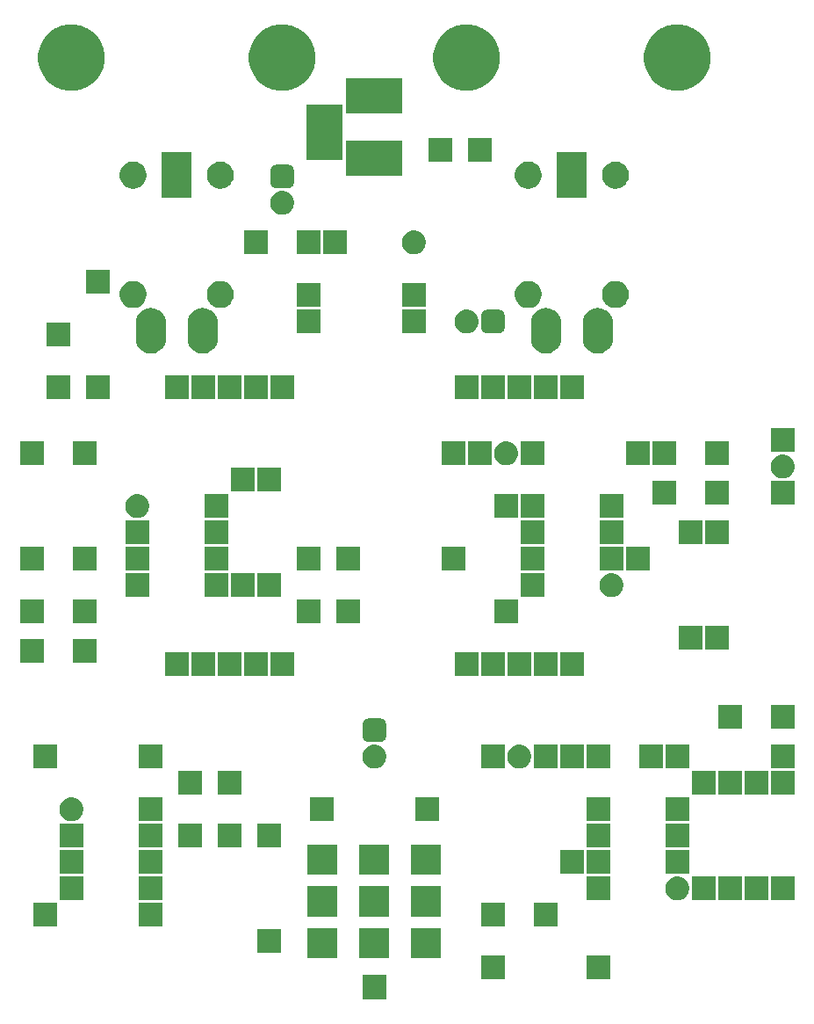
<source format=gbr>
G04 #@! TF.GenerationSoftware,KiCad,Pcbnew,5.1.6-c6e7f7d~87~ubuntu19.10.1*
G04 #@! TF.CreationDate,2021-10-28T22:11:17+06:00*
G04 #@! TF.ProjectId,kzeq_r1a,6b7a6571-5f72-4316-912e-6b696361645f,1A*
G04 #@! TF.SameCoordinates,Original*
G04 #@! TF.FileFunction,Soldermask,Bot*
G04 #@! TF.FilePolarity,Negative*
%FSLAX46Y46*%
G04 Gerber Fmt 4.6, Leading zero omitted, Abs format (unit mm)*
G04 Created by KiCad (PCBNEW 5.1.6-c6e7f7d~87~ubuntu19.10.1) date 2021-10-28 22:11:17*
%MOMM*%
%LPD*%
G01*
G04 APERTURE LIST*
%ADD10C,0.100000*%
G04 APERTURE END LIST*
D10*
G36*
X106560000Y-187205000D02*
G01*
X104260000Y-187205000D01*
X104260000Y-184905000D01*
X106560000Y-184905000D01*
X106560000Y-187205000D01*
G37*
G36*
X128150000Y-185300000D02*
G01*
X125850000Y-185300000D01*
X125850000Y-183000000D01*
X128150000Y-183000000D01*
X128150000Y-185300000D01*
G37*
G36*
X117990000Y-185300000D02*
G01*
X115690000Y-185300000D01*
X115690000Y-183000000D01*
X117990000Y-183000000D01*
X117990000Y-185300000D01*
G37*
G36*
X101860000Y-183250000D02*
G01*
X98960000Y-183250000D01*
X98960000Y-180350000D01*
X101860000Y-180350000D01*
X101860000Y-183250000D01*
G37*
G36*
X106860000Y-183250000D02*
G01*
X103960000Y-183250000D01*
X103960000Y-180350000D01*
X106860000Y-180350000D01*
X106860000Y-183250000D01*
G37*
G36*
X111860000Y-183250000D02*
G01*
X108960000Y-183250000D01*
X108960000Y-180350000D01*
X111860000Y-180350000D01*
X111860000Y-183250000D01*
G37*
G36*
X96400000Y-182760000D02*
G01*
X94100000Y-182760000D01*
X94100000Y-180460000D01*
X96400000Y-180460000D01*
X96400000Y-182760000D01*
G37*
G36*
X84970000Y-180220000D02*
G01*
X82670000Y-180220000D01*
X82670000Y-177920000D01*
X84970000Y-177920000D01*
X84970000Y-180220000D01*
G37*
G36*
X74810000Y-180220000D02*
G01*
X72510000Y-180220000D01*
X72510000Y-177920000D01*
X74810000Y-177920000D01*
X74810000Y-180220000D01*
G37*
G36*
X123070000Y-180220000D02*
G01*
X120770000Y-180220000D01*
X120770000Y-177920000D01*
X123070000Y-177920000D01*
X123070000Y-180220000D01*
G37*
G36*
X117990000Y-180220000D02*
G01*
X115690000Y-180220000D01*
X115690000Y-177920000D01*
X117990000Y-177920000D01*
X117990000Y-180220000D01*
G37*
G36*
X106860000Y-179250000D02*
G01*
X103960000Y-179250000D01*
X103960000Y-176350000D01*
X106860000Y-176350000D01*
X106860000Y-179250000D01*
G37*
G36*
X111860000Y-179250000D02*
G01*
X108960000Y-179250000D01*
X108960000Y-176350000D01*
X111860000Y-176350000D01*
X111860000Y-179250000D01*
G37*
G36*
X101860000Y-179250000D02*
G01*
X98960000Y-179250000D01*
X98960000Y-176350000D01*
X101860000Y-176350000D01*
X101860000Y-179250000D01*
G37*
G36*
X77350000Y-177680000D02*
G01*
X75050000Y-177680000D01*
X75050000Y-175380000D01*
X77350000Y-175380000D01*
X77350000Y-177680000D01*
G37*
G36*
X84970000Y-177680000D02*
G01*
X82670000Y-177680000D01*
X82670000Y-175380000D01*
X84970000Y-175380000D01*
X84970000Y-177680000D01*
G37*
G36*
X134844354Y-175402097D02*
G01*
X134955443Y-175424194D01*
X135078039Y-175474976D01*
X135164728Y-175510883D01*
X135353081Y-175636736D01*
X135513264Y-175796919D01*
X135639117Y-175985272D01*
X135675024Y-176071961D01*
X135725806Y-176194557D01*
X135770000Y-176416735D01*
X135770000Y-176643265D01*
X135725806Y-176865443D01*
X135675024Y-176988039D01*
X135639117Y-177074728D01*
X135513264Y-177263081D01*
X135353081Y-177423264D01*
X135164728Y-177549117D01*
X135078039Y-177585024D01*
X134955443Y-177635806D01*
X134844354Y-177657903D01*
X134733267Y-177680000D01*
X134506733Y-177680000D01*
X134395646Y-177657903D01*
X134284557Y-177635806D01*
X134161961Y-177585024D01*
X134075272Y-177549117D01*
X133886919Y-177423264D01*
X133726736Y-177263081D01*
X133600883Y-177074728D01*
X133564976Y-176988039D01*
X133514194Y-176865443D01*
X133470000Y-176643265D01*
X133470000Y-176416735D01*
X133514194Y-176194557D01*
X133564976Y-176071961D01*
X133600883Y-175985272D01*
X133726736Y-175796919D01*
X133886919Y-175636736D01*
X134075272Y-175510883D01*
X134161961Y-175474976D01*
X134284557Y-175424194D01*
X134395646Y-175402097D01*
X134506733Y-175380000D01*
X134733267Y-175380000D01*
X134844354Y-175402097D01*
G37*
G36*
X128150000Y-177680000D02*
G01*
X125850000Y-177680000D01*
X125850000Y-175380000D01*
X128150000Y-175380000D01*
X128150000Y-177680000D01*
G37*
G36*
X140850000Y-177680000D02*
G01*
X138550000Y-177680000D01*
X138550000Y-175380000D01*
X140850000Y-175380000D01*
X140850000Y-177680000D01*
G37*
G36*
X143390000Y-177680000D02*
G01*
X141090000Y-177680000D01*
X141090000Y-175380000D01*
X143390000Y-175380000D01*
X143390000Y-177680000D01*
G37*
G36*
X145930000Y-177680000D02*
G01*
X143630000Y-177680000D01*
X143630000Y-175380000D01*
X145930000Y-175380000D01*
X145930000Y-177680000D01*
G37*
G36*
X138310000Y-177680000D02*
G01*
X136010000Y-177680000D01*
X136010000Y-175380000D01*
X138310000Y-175380000D01*
X138310000Y-177680000D01*
G37*
G36*
X101860000Y-175250000D02*
G01*
X98960000Y-175250000D01*
X98960000Y-172350000D01*
X101860000Y-172350000D01*
X101860000Y-175250000D01*
G37*
G36*
X106860000Y-175250000D02*
G01*
X103960000Y-175250000D01*
X103960000Y-172350000D01*
X106860000Y-172350000D01*
X106860000Y-175250000D01*
G37*
G36*
X111860000Y-175250000D02*
G01*
X108960000Y-175250000D01*
X108960000Y-172350000D01*
X111860000Y-172350000D01*
X111860000Y-175250000D01*
G37*
G36*
X84970000Y-175140000D02*
G01*
X82670000Y-175140000D01*
X82670000Y-172840000D01*
X84970000Y-172840000D01*
X84970000Y-175140000D01*
G37*
G36*
X128150000Y-175140000D02*
G01*
X125850000Y-175140000D01*
X125850000Y-172840000D01*
X128150000Y-172840000D01*
X128150000Y-175140000D01*
G37*
G36*
X135770000Y-175140000D02*
G01*
X133470000Y-175140000D01*
X133470000Y-172840000D01*
X135770000Y-172840000D01*
X135770000Y-175140000D01*
G37*
G36*
X77350000Y-175140000D02*
G01*
X75050000Y-175140000D01*
X75050000Y-172840000D01*
X77350000Y-172840000D01*
X77350000Y-175140000D01*
G37*
G36*
X125610000Y-175140000D02*
G01*
X123310000Y-175140000D01*
X123310000Y-172840000D01*
X125610000Y-172840000D01*
X125610000Y-175140000D01*
G37*
G36*
X96400000Y-172600000D02*
G01*
X94100000Y-172600000D01*
X94100000Y-170300000D01*
X96400000Y-170300000D01*
X96400000Y-172600000D01*
G37*
G36*
X88780000Y-172600000D02*
G01*
X86480000Y-172600000D01*
X86480000Y-170300000D01*
X88780000Y-170300000D01*
X88780000Y-172600000D01*
G37*
G36*
X92590000Y-172600000D02*
G01*
X90290000Y-172600000D01*
X90290000Y-170300000D01*
X92590000Y-170300000D01*
X92590000Y-172600000D01*
G37*
G36*
X84970000Y-172600000D02*
G01*
X82670000Y-172600000D01*
X82670000Y-170300000D01*
X84970000Y-170300000D01*
X84970000Y-172600000D01*
G37*
G36*
X128150000Y-172600000D02*
G01*
X125850000Y-172600000D01*
X125850000Y-170300000D01*
X128150000Y-170300000D01*
X128150000Y-172600000D01*
G37*
G36*
X135770000Y-172600000D02*
G01*
X133470000Y-172600000D01*
X133470000Y-170300000D01*
X135770000Y-170300000D01*
X135770000Y-172600000D01*
G37*
G36*
X77350000Y-172600000D02*
G01*
X75050000Y-172600000D01*
X75050000Y-170300000D01*
X77350000Y-170300000D01*
X77350000Y-172600000D01*
G37*
G36*
X101480000Y-170060000D02*
G01*
X99180000Y-170060000D01*
X99180000Y-167760000D01*
X101480000Y-167760000D01*
X101480000Y-170060000D01*
G37*
G36*
X111640000Y-170060000D02*
G01*
X109340000Y-170060000D01*
X109340000Y-167760000D01*
X111640000Y-167760000D01*
X111640000Y-170060000D01*
G37*
G36*
X84970000Y-170060000D02*
G01*
X82670000Y-170060000D01*
X82670000Y-167760000D01*
X84970000Y-167760000D01*
X84970000Y-170060000D01*
G37*
G36*
X135770000Y-170060000D02*
G01*
X133470000Y-170060000D01*
X133470000Y-167760000D01*
X135770000Y-167760000D01*
X135770000Y-170060000D01*
G37*
G36*
X76424354Y-167782097D02*
G01*
X76535443Y-167804194D01*
X76658039Y-167854976D01*
X76744728Y-167890883D01*
X76933081Y-168016736D01*
X77093264Y-168176919D01*
X77219117Y-168365272D01*
X77255024Y-168451961D01*
X77305806Y-168574557D01*
X77350000Y-168796735D01*
X77350000Y-169023265D01*
X77305806Y-169245443D01*
X77255024Y-169368039D01*
X77219117Y-169454728D01*
X77093264Y-169643081D01*
X76933081Y-169803264D01*
X76744728Y-169929117D01*
X76658039Y-169965024D01*
X76535443Y-170015806D01*
X76424354Y-170037903D01*
X76313267Y-170060000D01*
X76086733Y-170060000D01*
X75975646Y-170037903D01*
X75864557Y-170015806D01*
X75741961Y-169965024D01*
X75655272Y-169929117D01*
X75466919Y-169803264D01*
X75306736Y-169643081D01*
X75180883Y-169454728D01*
X75144976Y-169368039D01*
X75094194Y-169245443D01*
X75050000Y-169023265D01*
X75050000Y-168796735D01*
X75094194Y-168574557D01*
X75144976Y-168451961D01*
X75180883Y-168365272D01*
X75306736Y-168176919D01*
X75466919Y-168016736D01*
X75655272Y-167890883D01*
X75741961Y-167854976D01*
X75864557Y-167804194D01*
X75975646Y-167782097D01*
X76086733Y-167760000D01*
X76313267Y-167760000D01*
X76424354Y-167782097D01*
G37*
G36*
X128150000Y-170060000D02*
G01*
X125850000Y-170060000D01*
X125850000Y-167760000D01*
X128150000Y-167760000D01*
X128150000Y-170060000D01*
G37*
G36*
X92590000Y-167520000D02*
G01*
X90290000Y-167520000D01*
X90290000Y-165220000D01*
X92590000Y-165220000D01*
X92590000Y-167520000D01*
G37*
G36*
X140850000Y-167520000D02*
G01*
X138550000Y-167520000D01*
X138550000Y-165220000D01*
X140850000Y-165220000D01*
X140850000Y-167520000D01*
G37*
G36*
X138310000Y-167520000D02*
G01*
X136010000Y-167520000D01*
X136010000Y-165220000D01*
X138310000Y-165220000D01*
X138310000Y-167520000D01*
G37*
G36*
X143390000Y-167520000D02*
G01*
X141090000Y-167520000D01*
X141090000Y-165220000D01*
X143390000Y-165220000D01*
X143390000Y-167520000D01*
G37*
G36*
X88780000Y-167520000D02*
G01*
X86480000Y-167520000D01*
X86480000Y-165220000D01*
X88780000Y-165220000D01*
X88780000Y-167520000D01*
G37*
G36*
X145930000Y-167520000D02*
G01*
X143630000Y-167520000D01*
X143630000Y-165220000D01*
X145930000Y-165220000D01*
X145930000Y-167520000D01*
G37*
G36*
X74810000Y-164980000D02*
G01*
X72510000Y-164980000D01*
X72510000Y-162680000D01*
X74810000Y-162680000D01*
X74810000Y-164980000D01*
G37*
G36*
X145930000Y-164980000D02*
G01*
X143630000Y-164980000D01*
X143630000Y-162680000D01*
X145930000Y-162680000D01*
X145930000Y-164980000D01*
G37*
G36*
X135770000Y-164980000D02*
G01*
X133470000Y-164980000D01*
X133470000Y-162680000D01*
X135770000Y-162680000D01*
X135770000Y-164980000D01*
G37*
G36*
X105634354Y-162702097D02*
G01*
X105745443Y-162724194D01*
X105868039Y-162774976D01*
X105954728Y-162810883D01*
X106143081Y-162936736D01*
X106303264Y-163096919D01*
X106429117Y-163285272D01*
X106465024Y-163371961D01*
X106515806Y-163494557D01*
X106560000Y-163716735D01*
X106560000Y-163943265D01*
X106515806Y-164165443D01*
X106465024Y-164288039D01*
X106429117Y-164374728D01*
X106303264Y-164563081D01*
X106143081Y-164723264D01*
X105954728Y-164849117D01*
X105868039Y-164885024D01*
X105745443Y-164935806D01*
X105634354Y-164957903D01*
X105523267Y-164980000D01*
X105296733Y-164980000D01*
X105185646Y-164957903D01*
X105074557Y-164935806D01*
X104951961Y-164885024D01*
X104865272Y-164849117D01*
X104676919Y-164723264D01*
X104516736Y-164563081D01*
X104390883Y-164374728D01*
X104354976Y-164288039D01*
X104304194Y-164165443D01*
X104260000Y-163943265D01*
X104260000Y-163716735D01*
X104304194Y-163494557D01*
X104354976Y-163371961D01*
X104390883Y-163285272D01*
X104516736Y-163096919D01*
X104676919Y-162936736D01*
X104865272Y-162810883D01*
X104951961Y-162774976D01*
X105074557Y-162724194D01*
X105185646Y-162702097D01*
X105296733Y-162680000D01*
X105523267Y-162680000D01*
X105634354Y-162702097D01*
G37*
G36*
X123070000Y-164980000D02*
G01*
X120770000Y-164980000D01*
X120770000Y-162680000D01*
X123070000Y-162680000D01*
X123070000Y-164980000D01*
G37*
G36*
X117990000Y-164980000D02*
G01*
X115690000Y-164980000D01*
X115690000Y-162680000D01*
X117990000Y-162680000D01*
X117990000Y-164980000D01*
G37*
G36*
X125610000Y-164980000D02*
G01*
X123310000Y-164980000D01*
X123310000Y-162680000D01*
X125610000Y-162680000D01*
X125610000Y-164980000D01*
G37*
G36*
X119604354Y-162702097D02*
G01*
X119715443Y-162724194D01*
X119838039Y-162774976D01*
X119924728Y-162810883D01*
X120113081Y-162936736D01*
X120273264Y-163096919D01*
X120399117Y-163285272D01*
X120435024Y-163371961D01*
X120485806Y-163494557D01*
X120530000Y-163716735D01*
X120530000Y-163943265D01*
X120485806Y-164165443D01*
X120435024Y-164288039D01*
X120399117Y-164374728D01*
X120273264Y-164563081D01*
X120113081Y-164723264D01*
X119924728Y-164849117D01*
X119838039Y-164885024D01*
X119715443Y-164935806D01*
X119604354Y-164957903D01*
X119493267Y-164980000D01*
X119266733Y-164980000D01*
X119155646Y-164957903D01*
X119044557Y-164935806D01*
X118921961Y-164885024D01*
X118835272Y-164849117D01*
X118646919Y-164723264D01*
X118486736Y-164563081D01*
X118360883Y-164374728D01*
X118324976Y-164288039D01*
X118274194Y-164165443D01*
X118230000Y-163943265D01*
X118230000Y-163716735D01*
X118274194Y-163494557D01*
X118324976Y-163371961D01*
X118360883Y-163285272D01*
X118486736Y-163096919D01*
X118646919Y-162936736D01*
X118835272Y-162810883D01*
X118921961Y-162774976D01*
X119044557Y-162724194D01*
X119155646Y-162702097D01*
X119266733Y-162680000D01*
X119493267Y-162680000D01*
X119604354Y-162702097D01*
G37*
G36*
X84970000Y-164980000D02*
G01*
X82670000Y-164980000D01*
X82670000Y-162680000D01*
X84970000Y-162680000D01*
X84970000Y-164980000D01*
G37*
G36*
X128150000Y-164980000D02*
G01*
X125850000Y-164980000D01*
X125850000Y-162680000D01*
X128150000Y-162680000D01*
X128150000Y-164980000D01*
G37*
G36*
X133230000Y-164980000D02*
G01*
X130930000Y-164980000D01*
X130930000Y-162680000D01*
X133230000Y-162680000D01*
X133230000Y-164980000D01*
G37*
G36*
X106020663Y-160153111D02*
G01*
X106146307Y-160191225D01*
X106262096Y-160253115D01*
X106363590Y-160336410D01*
X106446885Y-160437904D01*
X106508775Y-160553693D01*
X106546889Y-160679337D01*
X106560000Y-160812454D01*
X106560000Y-161767546D01*
X106546889Y-161900663D01*
X106508775Y-162026307D01*
X106446885Y-162142096D01*
X106363590Y-162243590D01*
X106262096Y-162326885D01*
X106146307Y-162388775D01*
X106020663Y-162426889D01*
X105887546Y-162440000D01*
X104932454Y-162440000D01*
X104799337Y-162426889D01*
X104673693Y-162388775D01*
X104557904Y-162326885D01*
X104456410Y-162243590D01*
X104373115Y-162142096D01*
X104311225Y-162026307D01*
X104273111Y-161900663D01*
X104260000Y-161767546D01*
X104260000Y-160812454D01*
X104273111Y-160679337D01*
X104311225Y-160553693D01*
X104373115Y-160437904D01*
X104456410Y-160336410D01*
X104557904Y-160253115D01*
X104673693Y-160191225D01*
X104799337Y-160153111D01*
X104932454Y-160140000D01*
X105887546Y-160140000D01*
X106020663Y-160153111D01*
G37*
G36*
X140850000Y-161170000D02*
G01*
X138550000Y-161170000D01*
X138550000Y-158870000D01*
X140850000Y-158870000D01*
X140850000Y-161170000D01*
G37*
G36*
X145930000Y-161170000D02*
G01*
X143630000Y-161170000D01*
X143630000Y-158870000D01*
X145930000Y-158870000D01*
X145930000Y-161170000D01*
G37*
G36*
X115450000Y-156090000D02*
G01*
X113150000Y-156090000D01*
X113150000Y-153790000D01*
X115450000Y-153790000D01*
X115450000Y-156090000D01*
G37*
G36*
X125610000Y-156090000D02*
G01*
X123310000Y-156090000D01*
X123310000Y-153790000D01*
X125610000Y-153790000D01*
X125610000Y-156090000D01*
G37*
G36*
X123070000Y-156090000D02*
G01*
X120770000Y-156090000D01*
X120770000Y-153790000D01*
X123070000Y-153790000D01*
X123070000Y-156090000D01*
G37*
G36*
X120530000Y-156090000D02*
G01*
X118230000Y-156090000D01*
X118230000Y-153790000D01*
X120530000Y-153790000D01*
X120530000Y-156090000D01*
G37*
G36*
X117990000Y-156090000D02*
G01*
X115690000Y-156090000D01*
X115690000Y-153790000D01*
X117990000Y-153790000D01*
X117990000Y-156090000D01*
G37*
G36*
X97670000Y-156090000D02*
G01*
X95370000Y-156090000D01*
X95370000Y-153790000D01*
X97670000Y-153790000D01*
X97670000Y-156090000D01*
G37*
G36*
X95130000Y-156090000D02*
G01*
X92830000Y-156090000D01*
X92830000Y-153790000D01*
X95130000Y-153790000D01*
X95130000Y-156090000D01*
G37*
G36*
X92590000Y-156090000D02*
G01*
X90290000Y-156090000D01*
X90290000Y-153790000D01*
X92590000Y-153790000D01*
X92590000Y-156090000D01*
G37*
G36*
X90050000Y-156090000D02*
G01*
X87750000Y-156090000D01*
X87750000Y-153790000D01*
X90050000Y-153790000D01*
X90050000Y-156090000D01*
G37*
G36*
X87510000Y-156090000D02*
G01*
X85210000Y-156090000D01*
X85210000Y-153790000D01*
X87510000Y-153790000D01*
X87510000Y-156090000D01*
G37*
G36*
X78620000Y-154820000D02*
G01*
X76320000Y-154820000D01*
X76320000Y-152520000D01*
X78620000Y-152520000D01*
X78620000Y-154820000D01*
G37*
G36*
X73540000Y-154820000D02*
G01*
X71240000Y-154820000D01*
X71240000Y-152520000D01*
X73540000Y-152520000D01*
X73540000Y-154820000D01*
G37*
G36*
X139580000Y-153550000D02*
G01*
X137280000Y-153550000D01*
X137280000Y-151250000D01*
X139580000Y-151250000D01*
X139580000Y-153550000D01*
G37*
G36*
X137040000Y-153550000D02*
G01*
X134740000Y-153550000D01*
X134740000Y-151250000D01*
X137040000Y-151250000D01*
X137040000Y-153550000D01*
G37*
G36*
X100210000Y-151010000D02*
G01*
X97910000Y-151010000D01*
X97910000Y-148710000D01*
X100210000Y-148710000D01*
X100210000Y-151010000D01*
G37*
G36*
X104020000Y-151010000D02*
G01*
X101720000Y-151010000D01*
X101720000Y-148710000D01*
X104020000Y-148710000D01*
X104020000Y-151010000D01*
G37*
G36*
X78620000Y-151010000D02*
G01*
X76320000Y-151010000D01*
X76320000Y-148710000D01*
X78620000Y-148710000D01*
X78620000Y-151010000D01*
G37*
G36*
X73540000Y-151010000D02*
G01*
X71240000Y-151010000D01*
X71240000Y-148710000D01*
X73540000Y-148710000D01*
X73540000Y-151010000D01*
G37*
G36*
X119260000Y-151010000D02*
G01*
X116960000Y-151010000D01*
X116960000Y-148710000D01*
X119260000Y-148710000D01*
X119260000Y-151010000D01*
G37*
G36*
X121800000Y-148470000D02*
G01*
X119500000Y-148470000D01*
X119500000Y-146170000D01*
X121800000Y-146170000D01*
X121800000Y-148470000D01*
G37*
G36*
X91320000Y-148470000D02*
G01*
X89020000Y-148470000D01*
X89020000Y-146170000D01*
X91320000Y-146170000D01*
X91320000Y-148470000D01*
G37*
G36*
X83700000Y-148470000D02*
G01*
X81400000Y-148470000D01*
X81400000Y-146170000D01*
X83700000Y-146170000D01*
X83700000Y-148470000D01*
G37*
G36*
X93860000Y-148470000D02*
G01*
X91560000Y-148470000D01*
X91560000Y-146170000D01*
X93860000Y-146170000D01*
X93860000Y-148470000D01*
G37*
G36*
X128494354Y-146192097D02*
G01*
X128605443Y-146214194D01*
X128728039Y-146264976D01*
X128814728Y-146300883D01*
X129003081Y-146426736D01*
X129163264Y-146586919D01*
X129289117Y-146775272D01*
X129325024Y-146861961D01*
X129375806Y-146984557D01*
X129420000Y-147206735D01*
X129420000Y-147433265D01*
X129375806Y-147655443D01*
X129325024Y-147778039D01*
X129289117Y-147864728D01*
X129163264Y-148053081D01*
X129003081Y-148213264D01*
X128814728Y-148339117D01*
X128728039Y-148375024D01*
X128605443Y-148425806D01*
X128494354Y-148447903D01*
X128383267Y-148470000D01*
X128156733Y-148470000D01*
X128045646Y-148447903D01*
X127934557Y-148425806D01*
X127811961Y-148375024D01*
X127725272Y-148339117D01*
X127536919Y-148213264D01*
X127376736Y-148053081D01*
X127250883Y-147864728D01*
X127214976Y-147778039D01*
X127164194Y-147655443D01*
X127120000Y-147433265D01*
X127120000Y-147206735D01*
X127164194Y-146984557D01*
X127214976Y-146861961D01*
X127250883Y-146775272D01*
X127376736Y-146586919D01*
X127536919Y-146426736D01*
X127725272Y-146300883D01*
X127811961Y-146264976D01*
X127934557Y-146214194D01*
X128045646Y-146192097D01*
X128156733Y-146170000D01*
X128383267Y-146170000D01*
X128494354Y-146192097D01*
G37*
G36*
X96400000Y-148470000D02*
G01*
X94100000Y-148470000D01*
X94100000Y-146170000D01*
X96400000Y-146170000D01*
X96400000Y-148470000D01*
G37*
G36*
X114180000Y-145930000D02*
G01*
X111880000Y-145930000D01*
X111880000Y-143630000D01*
X114180000Y-143630000D01*
X114180000Y-145930000D01*
G37*
G36*
X129420000Y-145930000D02*
G01*
X127120000Y-145930000D01*
X127120000Y-143630000D01*
X129420000Y-143630000D01*
X129420000Y-145930000D01*
G37*
G36*
X131960000Y-145930000D02*
G01*
X129660000Y-145930000D01*
X129660000Y-143630000D01*
X131960000Y-143630000D01*
X131960000Y-145930000D01*
G37*
G36*
X78620000Y-145930000D02*
G01*
X76320000Y-145930000D01*
X76320000Y-143630000D01*
X78620000Y-143630000D01*
X78620000Y-145930000D01*
G37*
G36*
X73540000Y-145930000D02*
G01*
X71240000Y-145930000D01*
X71240000Y-143630000D01*
X73540000Y-143630000D01*
X73540000Y-145930000D01*
G37*
G36*
X100210000Y-145930000D02*
G01*
X97910000Y-145930000D01*
X97910000Y-143630000D01*
X100210000Y-143630000D01*
X100210000Y-145930000D01*
G37*
G36*
X121800000Y-145930000D02*
G01*
X119500000Y-145930000D01*
X119500000Y-143630000D01*
X121800000Y-143630000D01*
X121800000Y-145930000D01*
G37*
G36*
X104020000Y-145930000D02*
G01*
X101720000Y-145930000D01*
X101720000Y-143630000D01*
X104020000Y-143630000D01*
X104020000Y-145930000D01*
G37*
G36*
X83700000Y-145930000D02*
G01*
X81400000Y-145930000D01*
X81400000Y-143630000D01*
X83700000Y-143630000D01*
X83700000Y-145930000D01*
G37*
G36*
X91320000Y-145930000D02*
G01*
X89020000Y-145930000D01*
X89020000Y-143630000D01*
X91320000Y-143630000D01*
X91320000Y-145930000D01*
G37*
G36*
X129420000Y-143390000D02*
G01*
X127120000Y-143390000D01*
X127120000Y-141090000D01*
X129420000Y-141090000D01*
X129420000Y-143390000D01*
G37*
G36*
X83700000Y-143390000D02*
G01*
X81400000Y-143390000D01*
X81400000Y-141090000D01*
X83700000Y-141090000D01*
X83700000Y-143390000D01*
G37*
G36*
X137040000Y-143390000D02*
G01*
X134740000Y-143390000D01*
X134740000Y-141090000D01*
X137040000Y-141090000D01*
X137040000Y-143390000D01*
G37*
G36*
X91320000Y-143390000D02*
G01*
X89020000Y-143390000D01*
X89020000Y-141090000D01*
X91320000Y-141090000D01*
X91320000Y-143390000D01*
G37*
G36*
X121800000Y-143390000D02*
G01*
X119500000Y-143390000D01*
X119500000Y-141090000D01*
X121800000Y-141090000D01*
X121800000Y-143390000D01*
G37*
G36*
X139580000Y-143390000D02*
G01*
X137280000Y-143390000D01*
X137280000Y-141090000D01*
X139580000Y-141090000D01*
X139580000Y-143390000D01*
G37*
G36*
X121800000Y-140850000D02*
G01*
X119500000Y-140850000D01*
X119500000Y-138550000D01*
X121800000Y-138550000D01*
X121800000Y-140850000D01*
G37*
G36*
X82774354Y-138572097D02*
G01*
X82885443Y-138594194D01*
X83008039Y-138644976D01*
X83094728Y-138680883D01*
X83283081Y-138806736D01*
X83443264Y-138966919D01*
X83569117Y-139155272D01*
X83605024Y-139241961D01*
X83655806Y-139364557D01*
X83655806Y-139364559D01*
X83698661Y-139580000D01*
X83700000Y-139586735D01*
X83700000Y-139813265D01*
X83655806Y-140035443D01*
X83605024Y-140158039D01*
X83569117Y-140244728D01*
X83443264Y-140433081D01*
X83283081Y-140593264D01*
X83094728Y-140719117D01*
X83008039Y-140755024D01*
X82885443Y-140805806D01*
X82774354Y-140827903D01*
X82663267Y-140850000D01*
X82436733Y-140850000D01*
X82325646Y-140827903D01*
X82214557Y-140805806D01*
X82091961Y-140755024D01*
X82005272Y-140719117D01*
X81816919Y-140593264D01*
X81656736Y-140433081D01*
X81530883Y-140244728D01*
X81494976Y-140158039D01*
X81444194Y-140035443D01*
X81400000Y-139813265D01*
X81400000Y-139586735D01*
X81401340Y-139580000D01*
X81444194Y-139364559D01*
X81444194Y-139364557D01*
X81494976Y-139241961D01*
X81530883Y-139155272D01*
X81656736Y-138966919D01*
X81816919Y-138806736D01*
X82005272Y-138680883D01*
X82091961Y-138644976D01*
X82214557Y-138594194D01*
X82325646Y-138572097D01*
X82436733Y-138550000D01*
X82663267Y-138550000D01*
X82774354Y-138572097D01*
G37*
G36*
X119260000Y-140850000D02*
G01*
X116960000Y-140850000D01*
X116960000Y-138550000D01*
X119260000Y-138550000D01*
X119260000Y-140850000D01*
G37*
G36*
X129420000Y-140850000D02*
G01*
X127120000Y-140850000D01*
X127120000Y-138550000D01*
X129420000Y-138550000D01*
X129420000Y-140850000D01*
G37*
G36*
X91320000Y-140850000D02*
G01*
X89020000Y-140850000D01*
X89020000Y-138550000D01*
X91320000Y-138550000D01*
X91320000Y-140850000D01*
G37*
G36*
X134500000Y-139580000D02*
G01*
X132200000Y-139580000D01*
X132200000Y-137280000D01*
X134500000Y-137280000D01*
X134500000Y-139580000D01*
G37*
G36*
X145930000Y-139580000D02*
G01*
X143630000Y-139580000D01*
X143630000Y-137280000D01*
X145930000Y-137280000D01*
X145930000Y-139580000D01*
G37*
G36*
X139580000Y-139580000D02*
G01*
X137280000Y-139580000D01*
X137280000Y-137280000D01*
X139580000Y-137280000D01*
X139580000Y-139580000D01*
G37*
G36*
X93860000Y-138310000D02*
G01*
X91560000Y-138310000D01*
X91560000Y-136010000D01*
X93860000Y-136010000D01*
X93860000Y-138310000D01*
G37*
G36*
X96400000Y-138310000D02*
G01*
X94100000Y-138310000D01*
X94100000Y-136010000D01*
X96400000Y-136010000D01*
X96400000Y-138310000D01*
G37*
G36*
X145004354Y-134762097D02*
G01*
X145115443Y-134784194D01*
X145238039Y-134834976D01*
X145324728Y-134870883D01*
X145513081Y-134996736D01*
X145673264Y-135156919D01*
X145799117Y-135345272D01*
X145835024Y-135431961D01*
X145885806Y-135554557D01*
X145885806Y-135554559D01*
X145930000Y-135776733D01*
X145930000Y-136003267D01*
X145907903Y-136114354D01*
X145885806Y-136225443D01*
X145835024Y-136348039D01*
X145799117Y-136434728D01*
X145673264Y-136623081D01*
X145513081Y-136783264D01*
X145324728Y-136909117D01*
X145238039Y-136945024D01*
X145115443Y-136995806D01*
X145004354Y-137017903D01*
X144893267Y-137040000D01*
X144666733Y-137040000D01*
X144555646Y-137017903D01*
X144444557Y-136995806D01*
X144321961Y-136945024D01*
X144235272Y-136909117D01*
X144046919Y-136783264D01*
X143886736Y-136623081D01*
X143760883Y-136434728D01*
X143724976Y-136348039D01*
X143674194Y-136225443D01*
X143652097Y-136114354D01*
X143630000Y-136003267D01*
X143630000Y-135776733D01*
X143674194Y-135554559D01*
X143674194Y-135554557D01*
X143724976Y-135431961D01*
X143760883Y-135345272D01*
X143886736Y-135156919D01*
X144046919Y-134996736D01*
X144235272Y-134870883D01*
X144321961Y-134834976D01*
X144444557Y-134784194D01*
X144555646Y-134762097D01*
X144666733Y-134740000D01*
X144893267Y-134740000D01*
X145004354Y-134762097D01*
G37*
G36*
X118334354Y-133492097D02*
G01*
X118445443Y-133514194D01*
X118568039Y-133564976D01*
X118654728Y-133600883D01*
X118843081Y-133726736D01*
X119003264Y-133886919D01*
X119129117Y-134075272D01*
X119165024Y-134161961D01*
X119215806Y-134284557D01*
X119215806Y-134284559D01*
X119260000Y-134506733D01*
X119260000Y-134733267D01*
X119249870Y-134784194D01*
X119215806Y-134955443D01*
X119198701Y-134996737D01*
X119129117Y-135164728D01*
X119003264Y-135353081D01*
X118843081Y-135513264D01*
X118654728Y-135639117D01*
X118568039Y-135675024D01*
X118445443Y-135725806D01*
X118334354Y-135747903D01*
X118223267Y-135770000D01*
X117996733Y-135770000D01*
X117885646Y-135747903D01*
X117774557Y-135725806D01*
X117651961Y-135675024D01*
X117565272Y-135639117D01*
X117376919Y-135513264D01*
X117216736Y-135353081D01*
X117090883Y-135164728D01*
X117021299Y-134996737D01*
X117004194Y-134955443D01*
X116970130Y-134784194D01*
X116960000Y-134733267D01*
X116960000Y-134506733D01*
X117004194Y-134284559D01*
X117004194Y-134284557D01*
X117054976Y-134161961D01*
X117090883Y-134075272D01*
X117216736Y-133886919D01*
X117376919Y-133726736D01*
X117565272Y-133600883D01*
X117651961Y-133564976D01*
X117774557Y-133514194D01*
X117885646Y-133492097D01*
X117996733Y-133470000D01*
X118223267Y-133470000D01*
X118334354Y-133492097D01*
G37*
G36*
X114180000Y-135770000D02*
G01*
X111880000Y-135770000D01*
X111880000Y-133470000D01*
X114180000Y-133470000D01*
X114180000Y-135770000D01*
G37*
G36*
X116720000Y-135770000D02*
G01*
X114420000Y-135770000D01*
X114420000Y-133470000D01*
X116720000Y-133470000D01*
X116720000Y-135770000D01*
G37*
G36*
X78620000Y-135770000D02*
G01*
X76320000Y-135770000D01*
X76320000Y-133470000D01*
X78620000Y-133470000D01*
X78620000Y-135770000D01*
G37*
G36*
X134500000Y-135770000D02*
G01*
X132200000Y-135770000D01*
X132200000Y-133470000D01*
X134500000Y-133470000D01*
X134500000Y-135770000D01*
G37*
G36*
X121800000Y-135770000D02*
G01*
X119500000Y-135770000D01*
X119500000Y-133470000D01*
X121800000Y-133470000D01*
X121800000Y-135770000D01*
G37*
G36*
X131960000Y-135770000D02*
G01*
X129660000Y-135770000D01*
X129660000Y-133470000D01*
X131960000Y-133470000D01*
X131960000Y-135770000D01*
G37*
G36*
X73540000Y-135770000D02*
G01*
X71240000Y-135770000D01*
X71240000Y-133470000D01*
X73540000Y-133470000D01*
X73540000Y-135770000D01*
G37*
G36*
X139580000Y-135770000D02*
G01*
X137280000Y-135770000D01*
X137280000Y-133470000D01*
X139580000Y-133470000D01*
X139580000Y-135770000D01*
G37*
G36*
X145930000Y-134500000D02*
G01*
X143630000Y-134500000D01*
X143630000Y-132200000D01*
X145930000Y-132200000D01*
X145930000Y-134500000D01*
G37*
G36*
X79890000Y-129420000D02*
G01*
X77590000Y-129420000D01*
X77590000Y-127120000D01*
X79890000Y-127120000D01*
X79890000Y-129420000D01*
G37*
G36*
X76080000Y-129420000D02*
G01*
X73780000Y-129420000D01*
X73780000Y-127120000D01*
X76080000Y-127120000D01*
X76080000Y-129420000D01*
G37*
G36*
X95130000Y-129420000D02*
G01*
X92830000Y-129420000D01*
X92830000Y-127120000D01*
X95130000Y-127120000D01*
X95130000Y-129420000D01*
G37*
G36*
X92590000Y-129420000D02*
G01*
X90290000Y-129420000D01*
X90290000Y-127120000D01*
X92590000Y-127120000D01*
X92590000Y-129420000D01*
G37*
G36*
X123070000Y-129420000D02*
G01*
X120770000Y-129420000D01*
X120770000Y-127120000D01*
X123070000Y-127120000D01*
X123070000Y-129420000D01*
G37*
G36*
X90050000Y-129420000D02*
G01*
X87750000Y-129420000D01*
X87750000Y-127120000D01*
X90050000Y-127120000D01*
X90050000Y-129420000D01*
G37*
G36*
X125610000Y-129420000D02*
G01*
X123310000Y-129420000D01*
X123310000Y-127120000D01*
X125610000Y-127120000D01*
X125610000Y-129420000D01*
G37*
G36*
X97670000Y-129420000D02*
G01*
X95370000Y-129420000D01*
X95370000Y-127120000D01*
X97670000Y-127120000D01*
X97670000Y-129420000D01*
G37*
G36*
X87510000Y-129420000D02*
G01*
X85210000Y-129420000D01*
X85210000Y-127120000D01*
X87510000Y-127120000D01*
X87510000Y-129420000D01*
G37*
G36*
X115450000Y-129420000D02*
G01*
X113150000Y-129420000D01*
X113150000Y-127120000D01*
X115450000Y-127120000D01*
X115450000Y-129420000D01*
G37*
G36*
X120530000Y-129420000D02*
G01*
X118230000Y-129420000D01*
X118230000Y-127120000D01*
X120530000Y-127120000D01*
X120530000Y-129420000D01*
G37*
G36*
X117990000Y-129420000D02*
G01*
X115690000Y-129420000D01*
X115690000Y-127120000D01*
X117990000Y-127120000D01*
X117990000Y-129420000D01*
G37*
G36*
X127244250Y-120650981D02*
G01*
X127380913Y-120692437D01*
X127517577Y-120733894D01*
X127769473Y-120868534D01*
X127990265Y-121049735D01*
X128171466Y-121270527D01*
X128306106Y-121522423D01*
X128389019Y-121795751D01*
X128410000Y-122008774D01*
X128410000Y-123651226D01*
X128389019Y-123864249D01*
X128306106Y-124137577D01*
X128171466Y-124389473D01*
X127990265Y-124610265D01*
X127769472Y-124791466D01*
X127517576Y-124926106D01*
X127380912Y-124967562D01*
X127244249Y-125009019D01*
X126960000Y-125037015D01*
X126675750Y-125009019D01*
X126539087Y-124967562D01*
X126402423Y-124926106D01*
X126150527Y-124791466D01*
X125929735Y-124610265D01*
X125748534Y-124389472D01*
X125613894Y-124137576D01*
X125572438Y-124000912D01*
X125530981Y-123864249D01*
X125510000Y-123651224D01*
X125510000Y-122008775D01*
X125530981Y-121795750D01*
X125613895Y-121522424D01*
X125613895Y-121522423D01*
X125748535Y-121270527D01*
X125929736Y-121049735D01*
X126150528Y-120868534D01*
X126402424Y-120733894D01*
X126539088Y-120692437D01*
X126675751Y-120650981D01*
X126960000Y-120622985D01*
X127244250Y-120650981D01*
G37*
G36*
X89144250Y-120650981D02*
G01*
X89280913Y-120692437D01*
X89417577Y-120733894D01*
X89669473Y-120868534D01*
X89890265Y-121049735D01*
X90071466Y-121270527D01*
X90206106Y-121522423D01*
X90289019Y-121795751D01*
X90310000Y-122008774D01*
X90310000Y-123651226D01*
X90289019Y-123864249D01*
X90206106Y-124137577D01*
X90071466Y-124389473D01*
X89890265Y-124610265D01*
X89669472Y-124791466D01*
X89417576Y-124926106D01*
X89280912Y-124967562D01*
X89144249Y-125009019D01*
X88860000Y-125037015D01*
X88575750Y-125009019D01*
X88439087Y-124967562D01*
X88302423Y-124926106D01*
X88050527Y-124791466D01*
X87829735Y-124610265D01*
X87648534Y-124389472D01*
X87513894Y-124137576D01*
X87472437Y-124000912D01*
X87430981Y-123864249D01*
X87410000Y-123651224D01*
X87410000Y-122008775D01*
X87430981Y-121795750D01*
X87513895Y-121522424D01*
X87513895Y-121522423D01*
X87648535Y-121270527D01*
X87829736Y-121049735D01*
X88050528Y-120868534D01*
X88302424Y-120733894D01*
X88439088Y-120692437D01*
X88575751Y-120650981D01*
X88860000Y-120622985D01*
X89144250Y-120650981D01*
G37*
G36*
X84144250Y-120650981D02*
G01*
X84280913Y-120692437D01*
X84417577Y-120733894D01*
X84669473Y-120868534D01*
X84890265Y-121049735D01*
X85071466Y-121270527D01*
X85206106Y-121522423D01*
X85289019Y-121795751D01*
X85310000Y-122008774D01*
X85310000Y-123651226D01*
X85289019Y-123864249D01*
X85206106Y-124137577D01*
X85071466Y-124389473D01*
X84890265Y-124610265D01*
X84669472Y-124791466D01*
X84417576Y-124926106D01*
X84280912Y-124967562D01*
X84144249Y-125009019D01*
X83860000Y-125037015D01*
X83575750Y-125009019D01*
X83439087Y-124967562D01*
X83302423Y-124926106D01*
X83050527Y-124791466D01*
X82829735Y-124610265D01*
X82648534Y-124389472D01*
X82513894Y-124137576D01*
X82472437Y-124000912D01*
X82430981Y-123864249D01*
X82410000Y-123651224D01*
X82410000Y-122008775D01*
X82430981Y-121795750D01*
X82513895Y-121522424D01*
X82513895Y-121522423D01*
X82648535Y-121270527D01*
X82829736Y-121049735D01*
X83050528Y-120868534D01*
X83302424Y-120733894D01*
X83439088Y-120692437D01*
X83575751Y-120650981D01*
X83860000Y-120622985D01*
X84144250Y-120650981D01*
G37*
G36*
X122244250Y-120650981D02*
G01*
X122380913Y-120692437D01*
X122517577Y-120733894D01*
X122769473Y-120868534D01*
X122990265Y-121049735D01*
X123171466Y-121270527D01*
X123306106Y-121522423D01*
X123389019Y-121795751D01*
X123410000Y-122008774D01*
X123410000Y-123651226D01*
X123389019Y-123864249D01*
X123306106Y-124137577D01*
X123171466Y-124389473D01*
X122990265Y-124610265D01*
X122769472Y-124791466D01*
X122517576Y-124926106D01*
X122380912Y-124967562D01*
X122244249Y-125009019D01*
X121960000Y-125037015D01*
X121675750Y-125009019D01*
X121539087Y-124967562D01*
X121402423Y-124926106D01*
X121150527Y-124791466D01*
X120929735Y-124610265D01*
X120748534Y-124389472D01*
X120613894Y-124137576D01*
X120572438Y-124000912D01*
X120530981Y-123864249D01*
X120510000Y-123651224D01*
X120510000Y-122008775D01*
X120530981Y-121795750D01*
X120613895Y-121522424D01*
X120613895Y-121522423D01*
X120748535Y-121270527D01*
X120929736Y-121049735D01*
X121150528Y-120868534D01*
X121402424Y-120733894D01*
X121539088Y-120692437D01*
X121675751Y-120650981D01*
X121960000Y-120622985D01*
X122244250Y-120650981D01*
G37*
G36*
X76080000Y-124340000D02*
G01*
X73780000Y-124340000D01*
X73780000Y-122040000D01*
X76080000Y-122040000D01*
X76080000Y-124340000D01*
G37*
G36*
X100210000Y-123070000D02*
G01*
X97910000Y-123070000D01*
X97910000Y-120770000D01*
X100210000Y-120770000D01*
X100210000Y-123070000D01*
G37*
G36*
X110370000Y-123070000D02*
G01*
X108070000Y-123070000D01*
X108070000Y-120770000D01*
X110370000Y-120770000D01*
X110370000Y-123070000D01*
G37*
G36*
X114524354Y-120792097D02*
G01*
X114635443Y-120814194D01*
X114758039Y-120864976D01*
X114844728Y-120900883D01*
X115033081Y-121026736D01*
X115193264Y-121186919D01*
X115319117Y-121375272D01*
X115354212Y-121460000D01*
X115405806Y-121584557D01*
X115405806Y-121584559D01*
X115450000Y-121806733D01*
X115450000Y-122033267D01*
X115427903Y-122144354D01*
X115405806Y-122255443D01*
X115355024Y-122378039D01*
X115319117Y-122464728D01*
X115193264Y-122653081D01*
X115033081Y-122813264D01*
X114844728Y-122939117D01*
X114758039Y-122975024D01*
X114635443Y-123025806D01*
X114524354Y-123047903D01*
X114413267Y-123070000D01*
X114186733Y-123070000D01*
X114075646Y-123047903D01*
X113964557Y-123025806D01*
X113841961Y-122975024D01*
X113755272Y-122939117D01*
X113566919Y-122813264D01*
X113406736Y-122653081D01*
X113280883Y-122464728D01*
X113244976Y-122378039D01*
X113194194Y-122255443D01*
X113172097Y-122144354D01*
X113150000Y-122033267D01*
X113150000Y-121806733D01*
X113194194Y-121584559D01*
X113194194Y-121584557D01*
X113245788Y-121460000D01*
X113280883Y-121375272D01*
X113406736Y-121186919D01*
X113566919Y-121026736D01*
X113755272Y-120900883D01*
X113841961Y-120864976D01*
X113964557Y-120814194D01*
X114075646Y-120792097D01*
X114186733Y-120770000D01*
X114413267Y-120770000D01*
X114524354Y-120792097D01*
G37*
G36*
X117450663Y-120783111D02*
G01*
X117576307Y-120821225D01*
X117692096Y-120883115D01*
X117793590Y-120966410D01*
X117876885Y-121067904D01*
X117938775Y-121183693D01*
X117976889Y-121309337D01*
X117990000Y-121442454D01*
X117990000Y-122397546D01*
X117976889Y-122530663D01*
X117938775Y-122656307D01*
X117876885Y-122772096D01*
X117793590Y-122873590D01*
X117692096Y-122956885D01*
X117576307Y-123018775D01*
X117450663Y-123056889D01*
X117317546Y-123070000D01*
X116362454Y-123070000D01*
X116229337Y-123056889D01*
X116103693Y-123018775D01*
X115987904Y-122956885D01*
X115886410Y-122873590D01*
X115803115Y-122772096D01*
X115741225Y-122656307D01*
X115703111Y-122530663D01*
X115690000Y-122397546D01*
X115690000Y-121442454D01*
X115703111Y-121309337D01*
X115741225Y-121183693D01*
X115803115Y-121067904D01*
X115886410Y-120966410D01*
X115987904Y-120883115D01*
X116103693Y-120821225D01*
X116229337Y-120783111D01*
X116362454Y-120770000D01*
X117317546Y-120770000D01*
X117450663Y-120783111D01*
G37*
G36*
X82371758Y-118046653D02*
G01*
X82539196Y-118079958D01*
X82775781Y-118177955D01*
X82988702Y-118320224D01*
X83169776Y-118501298D01*
X83312045Y-118714219D01*
X83410042Y-118950804D01*
X83460000Y-119201961D01*
X83460000Y-119458039D01*
X83410042Y-119709196D01*
X83312045Y-119945781D01*
X83169776Y-120158702D01*
X82988702Y-120339776D01*
X82775781Y-120482045D01*
X82539196Y-120580042D01*
X82371758Y-120613347D01*
X82288040Y-120630000D01*
X82031960Y-120630000D01*
X81948242Y-120613347D01*
X81780804Y-120580042D01*
X81544219Y-120482045D01*
X81331298Y-120339776D01*
X81150224Y-120158702D01*
X81007955Y-119945781D01*
X80909958Y-119709196D01*
X80860000Y-119458039D01*
X80860000Y-119201961D01*
X80909958Y-118950804D01*
X81007955Y-118714219D01*
X81150224Y-118501298D01*
X81331298Y-118320224D01*
X81544219Y-118177955D01*
X81780804Y-118079958D01*
X81948242Y-118046653D01*
X82031960Y-118030000D01*
X82288040Y-118030000D01*
X82371758Y-118046653D01*
G37*
G36*
X120471758Y-118046653D02*
G01*
X120639196Y-118079958D01*
X120875781Y-118177955D01*
X121088702Y-118320224D01*
X121269776Y-118501298D01*
X121412045Y-118714219D01*
X121510042Y-118950804D01*
X121560000Y-119201961D01*
X121560000Y-119458039D01*
X121510042Y-119709196D01*
X121412045Y-119945781D01*
X121269776Y-120158702D01*
X121088702Y-120339776D01*
X120875781Y-120482045D01*
X120639196Y-120580042D01*
X120471758Y-120613347D01*
X120388040Y-120630000D01*
X120131960Y-120630000D01*
X120048242Y-120613347D01*
X119880804Y-120580042D01*
X119644219Y-120482045D01*
X119431298Y-120339776D01*
X119250224Y-120158702D01*
X119107955Y-119945781D01*
X119009958Y-119709196D01*
X118960000Y-119458039D01*
X118960000Y-119201961D01*
X119009958Y-118950804D01*
X119107955Y-118714219D01*
X119250224Y-118501298D01*
X119431298Y-118320224D01*
X119644219Y-118177955D01*
X119880804Y-118079958D01*
X120048242Y-118046653D01*
X120131960Y-118030000D01*
X120388040Y-118030000D01*
X120471758Y-118046653D01*
G37*
G36*
X90771758Y-118046653D02*
G01*
X90939196Y-118079958D01*
X91175781Y-118177955D01*
X91388702Y-118320224D01*
X91569776Y-118501298D01*
X91712045Y-118714219D01*
X91810042Y-118950804D01*
X91860000Y-119201961D01*
X91860000Y-119458039D01*
X91810042Y-119709196D01*
X91712045Y-119945781D01*
X91569776Y-120158702D01*
X91388702Y-120339776D01*
X91175781Y-120482045D01*
X90939196Y-120580042D01*
X90771758Y-120613347D01*
X90688040Y-120630000D01*
X90431960Y-120630000D01*
X90348242Y-120613347D01*
X90180804Y-120580042D01*
X89944219Y-120482045D01*
X89731298Y-120339776D01*
X89550224Y-120158702D01*
X89407955Y-119945781D01*
X89309958Y-119709196D01*
X89260000Y-119458039D01*
X89260000Y-119201961D01*
X89309958Y-118950804D01*
X89407955Y-118714219D01*
X89550224Y-118501298D01*
X89731298Y-118320224D01*
X89944219Y-118177955D01*
X90180804Y-118079958D01*
X90348242Y-118046653D01*
X90431960Y-118030000D01*
X90688040Y-118030000D01*
X90771758Y-118046653D01*
G37*
G36*
X128871758Y-118046653D02*
G01*
X129039196Y-118079958D01*
X129275781Y-118177955D01*
X129488702Y-118320224D01*
X129669776Y-118501298D01*
X129812045Y-118714219D01*
X129910042Y-118950804D01*
X129960000Y-119201961D01*
X129960000Y-119458039D01*
X129910042Y-119709196D01*
X129812045Y-119945781D01*
X129669776Y-120158702D01*
X129488702Y-120339776D01*
X129275781Y-120482045D01*
X129039196Y-120580042D01*
X128871758Y-120613347D01*
X128788040Y-120630000D01*
X128531960Y-120630000D01*
X128448242Y-120613347D01*
X128280804Y-120580042D01*
X128044219Y-120482045D01*
X127831298Y-120339776D01*
X127650224Y-120158702D01*
X127507955Y-119945781D01*
X127409958Y-119709196D01*
X127360000Y-119458039D01*
X127360000Y-119201961D01*
X127409958Y-118950804D01*
X127507955Y-118714219D01*
X127650224Y-118501298D01*
X127831298Y-118320224D01*
X128044219Y-118177955D01*
X128280804Y-118079958D01*
X128448242Y-118046653D01*
X128531960Y-118030000D01*
X128788040Y-118030000D01*
X128871758Y-118046653D01*
G37*
G36*
X100210000Y-120530000D02*
G01*
X97910000Y-120530000D01*
X97910000Y-118230000D01*
X100210000Y-118230000D01*
X100210000Y-120530000D01*
G37*
G36*
X110370000Y-120530000D02*
G01*
X108070000Y-120530000D01*
X108070000Y-118230000D01*
X110370000Y-118230000D01*
X110370000Y-120530000D01*
G37*
G36*
X79890000Y-119260000D02*
G01*
X77590000Y-119260000D01*
X77590000Y-116960000D01*
X79890000Y-116960000D01*
X79890000Y-119260000D01*
G37*
G36*
X102750000Y-115450000D02*
G01*
X100450000Y-115450000D01*
X100450000Y-113150000D01*
X102750000Y-113150000D01*
X102750000Y-115450000D01*
G37*
G36*
X109444354Y-113172097D02*
G01*
X109555443Y-113194194D01*
X109678039Y-113244976D01*
X109764728Y-113280883D01*
X109953081Y-113406736D01*
X110113264Y-113566919D01*
X110239117Y-113755272D01*
X110275024Y-113841961D01*
X110325806Y-113964557D01*
X110370000Y-114186735D01*
X110370000Y-114413265D01*
X110325806Y-114635443D01*
X110275024Y-114758039D01*
X110239117Y-114844728D01*
X110113264Y-115033081D01*
X109953081Y-115193264D01*
X109764728Y-115319117D01*
X109678039Y-115355024D01*
X109555443Y-115405806D01*
X109444354Y-115427903D01*
X109333267Y-115450000D01*
X109106733Y-115450000D01*
X108995646Y-115427903D01*
X108884557Y-115405806D01*
X108761961Y-115355024D01*
X108675272Y-115319117D01*
X108486919Y-115193264D01*
X108326736Y-115033081D01*
X108200883Y-114844728D01*
X108164976Y-114758039D01*
X108114194Y-114635443D01*
X108070000Y-114413265D01*
X108070000Y-114186735D01*
X108114194Y-113964557D01*
X108164976Y-113841961D01*
X108200883Y-113755272D01*
X108326736Y-113566919D01*
X108486919Y-113406736D01*
X108675272Y-113280883D01*
X108761961Y-113244976D01*
X108884557Y-113194194D01*
X108995646Y-113172097D01*
X109106733Y-113150000D01*
X109333267Y-113150000D01*
X109444354Y-113172097D01*
G37*
G36*
X95130000Y-115450000D02*
G01*
X92830000Y-115450000D01*
X92830000Y-113150000D01*
X95130000Y-113150000D01*
X95130000Y-115450000D01*
G37*
G36*
X100210000Y-115450000D02*
G01*
X97910000Y-115450000D01*
X97910000Y-113150000D01*
X100210000Y-113150000D01*
X100210000Y-115450000D01*
G37*
G36*
X96744354Y-109362097D02*
G01*
X96855443Y-109384194D01*
X96978039Y-109434976D01*
X97064728Y-109470883D01*
X97253081Y-109596736D01*
X97413264Y-109756919D01*
X97539117Y-109945272D01*
X97574212Y-110030000D01*
X97625806Y-110154557D01*
X97670000Y-110376735D01*
X97670000Y-110603265D01*
X97625806Y-110825443D01*
X97575024Y-110948039D01*
X97539117Y-111034728D01*
X97413264Y-111223081D01*
X97253081Y-111383264D01*
X97064728Y-111509117D01*
X96978039Y-111545024D01*
X96855443Y-111595806D01*
X96744354Y-111617903D01*
X96633267Y-111640000D01*
X96406733Y-111640000D01*
X96295646Y-111617903D01*
X96184557Y-111595806D01*
X96061961Y-111545024D01*
X95975272Y-111509117D01*
X95786919Y-111383264D01*
X95626736Y-111223081D01*
X95500883Y-111034728D01*
X95464976Y-110948039D01*
X95414194Y-110825443D01*
X95370000Y-110603265D01*
X95370000Y-110376735D01*
X95414194Y-110154557D01*
X95465788Y-110030000D01*
X95500883Y-109945272D01*
X95626736Y-109756919D01*
X95786919Y-109596736D01*
X95975272Y-109470883D01*
X96061961Y-109434976D01*
X96184557Y-109384194D01*
X96295646Y-109362097D01*
X96406733Y-109340000D01*
X96633267Y-109340000D01*
X96744354Y-109362097D01*
G37*
G36*
X125910000Y-110030000D02*
G01*
X123010000Y-110030000D01*
X123010000Y-105630000D01*
X125910000Y-105630000D01*
X125910000Y-110030000D01*
G37*
G36*
X87810000Y-110030000D02*
G01*
X84910000Y-110030000D01*
X84910000Y-105630000D01*
X87810000Y-105630000D01*
X87810000Y-110030000D01*
G37*
G36*
X82371758Y-106546653D02*
G01*
X82539196Y-106579958D01*
X82775781Y-106677955D01*
X82988702Y-106820224D01*
X83169776Y-107001298D01*
X83312045Y-107214219D01*
X83410042Y-107450804D01*
X83460000Y-107701961D01*
X83460000Y-107958039D01*
X83410042Y-108209196D01*
X83312045Y-108445781D01*
X83169776Y-108658702D01*
X82988702Y-108839776D01*
X82775781Y-108982045D01*
X82775780Y-108982046D01*
X82775779Y-108982046D01*
X82735188Y-108998859D01*
X82539196Y-109080042D01*
X82371758Y-109113347D01*
X82288040Y-109130000D01*
X82031960Y-109130000D01*
X81948242Y-109113347D01*
X81780804Y-109080042D01*
X81584812Y-108998859D01*
X81544221Y-108982046D01*
X81544220Y-108982046D01*
X81544219Y-108982045D01*
X81331298Y-108839776D01*
X81150224Y-108658702D01*
X81007955Y-108445781D01*
X80909958Y-108209196D01*
X80860000Y-107958039D01*
X80860000Y-107701961D01*
X80909958Y-107450804D01*
X81007955Y-107214219D01*
X81150224Y-107001298D01*
X81331298Y-106820224D01*
X81544219Y-106677955D01*
X81780804Y-106579958D01*
X81948242Y-106546653D01*
X82031960Y-106530000D01*
X82288040Y-106530000D01*
X82371758Y-106546653D01*
G37*
G36*
X90771758Y-106546653D02*
G01*
X90939196Y-106579958D01*
X91175781Y-106677955D01*
X91388702Y-106820224D01*
X91569776Y-107001298D01*
X91712045Y-107214219D01*
X91810042Y-107450804D01*
X91860000Y-107701961D01*
X91860000Y-107958039D01*
X91810042Y-108209196D01*
X91712045Y-108445781D01*
X91569776Y-108658702D01*
X91388702Y-108839776D01*
X91175781Y-108982045D01*
X91175780Y-108982046D01*
X91175779Y-108982046D01*
X91135188Y-108998859D01*
X90939196Y-109080042D01*
X90771758Y-109113347D01*
X90688040Y-109130000D01*
X90431960Y-109130000D01*
X90348242Y-109113347D01*
X90180804Y-109080042D01*
X89984812Y-108998859D01*
X89944221Y-108982046D01*
X89944220Y-108982046D01*
X89944219Y-108982045D01*
X89731298Y-108839776D01*
X89550224Y-108658702D01*
X89407955Y-108445781D01*
X89309958Y-108209196D01*
X89260000Y-107958039D01*
X89260000Y-107701961D01*
X89309958Y-107450804D01*
X89407955Y-107214219D01*
X89550224Y-107001298D01*
X89731298Y-106820224D01*
X89944219Y-106677955D01*
X90180804Y-106579958D01*
X90348242Y-106546653D01*
X90431960Y-106530000D01*
X90688040Y-106530000D01*
X90771758Y-106546653D01*
G37*
G36*
X120471758Y-106546653D02*
G01*
X120639196Y-106579958D01*
X120875781Y-106677955D01*
X121088702Y-106820224D01*
X121269776Y-107001298D01*
X121412045Y-107214219D01*
X121510042Y-107450804D01*
X121560000Y-107701961D01*
X121560000Y-107958039D01*
X121510042Y-108209196D01*
X121412045Y-108445781D01*
X121269776Y-108658702D01*
X121088702Y-108839776D01*
X120875781Y-108982045D01*
X120875780Y-108982046D01*
X120875779Y-108982046D01*
X120835188Y-108998859D01*
X120639196Y-109080042D01*
X120471758Y-109113347D01*
X120388040Y-109130000D01*
X120131960Y-109130000D01*
X120048242Y-109113347D01*
X119880804Y-109080042D01*
X119684812Y-108998859D01*
X119644221Y-108982046D01*
X119644220Y-108982046D01*
X119644219Y-108982045D01*
X119431298Y-108839776D01*
X119250224Y-108658702D01*
X119107955Y-108445781D01*
X119009958Y-108209196D01*
X118960000Y-107958039D01*
X118960000Y-107701961D01*
X119009958Y-107450804D01*
X119107955Y-107214219D01*
X119250224Y-107001298D01*
X119431298Y-106820224D01*
X119644219Y-106677955D01*
X119880804Y-106579958D01*
X120048242Y-106546653D01*
X120131960Y-106530000D01*
X120388040Y-106530000D01*
X120471758Y-106546653D01*
G37*
G36*
X128871758Y-106546653D02*
G01*
X129039196Y-106579958D01*
X129275781Y-106677955D01*
X129488702Y-106820224D01*
X129669776Y-107001298D01*
X129812045Y-107214219D01*
X129910042Y-107450804D01*
X129960000Y-107701961D01*
X129960000Y-107958039D01*
X129910042Y-108209196D01*
X129812045Y-108445781D01*
X129669776Y-108658702D01*
X129488702Y-108839776D01*
X129275781Y-108982045D01*
X129275780Y-108982046D01*
X129275779Y-108982046D01*
X129235188Y-108998859D01*
X129039196Y-109080042D01*
X128871758Y-109113347D01*
X128788040Y-109130000D01*
X128531960Y-109130000D01*
X128448242Y-109113347D01*
X128280804Y-109080042D01*
X128084812Y-108998859D01*
X128044221Y-108982046D01*
X128044220Y-108982046D01*
X128044219Y-108982045D01*
X127831298Y-108839776D01*
X127650224Y-108658702D01*
X127507955Y-108445781D01*
X127409958Y-108209196D01*
X127360000Y-107958039D01*
X127360000Y-107701961D01*
X127409958Y-107450804D01*
X127507955Y-107214219D01*
X127650224Y-107001298D01*
X127831298Y-106820224D01*
X128044219Y-106677955D01*
X128280804Y-106579958D01*
X128448242Y-106546653D01*
X128531960Y-106530000D01*
X128788040Y-106530000D01*
X128871758Y-106546653D01*
G37*
G36*
X97130663Y-106813111D02*
G01*
X97256307Y-106851225D01*
X97372096Y-106913115D01*
X97473590Y-106996410D01*
X97556885Y-107097904D01*
X97618775Y-107213693D01*
X97656889Y-107339337D01*
X97670000Y-107472454D01*
X97670000Y-108427546D01*
X97656889Y-108560663D01*
X97618775Y-108686307D01*
X97556885Y-108802096D01*
X97473590Y-108903590D01*
X97372096Y-108986885D01*
X97256307Y-109048775D01*
X97130663Y-109086889D01*
X96997546Y-109100000D01*
X96042454Y-109100000D01*
X95909337Y-109086889D01*
X95783693Y-109048775D01*
X95667904Y-108986885D01*
X95566410Y-108903590D01*
X95483115Y-108802096D01*
X95421225Y-108686307D01*
X95383111Y-108560663D01*
X95370000Y-108427546D01*
X95370000Y-107472454D01*
X95383111Y-107339337D01*
X95421225Y-107213693D01*
X95483115Y-107097904D01*
X95566410Y-106996410D01*
X95667904Y-106913115D01*
X95783693Y-106851225D01*
X95909337Y-106813111D01*
X96042454Y-106800000D01*
X96997546Y-106800000D01*
X97130663Y-106813111D01*
G37*
G36*
X108110000Y-107910000D02*
G01*
X102710000Y-107910000D01*
X102710000Y-104510000D01*
X108110000Y-104510000D01*
X108110000Y-107910000D01*
G37*
G36*
X116720000Y-106560000D02*
G01*
X114420000Y-106560000D01*
X114420000Y-104260000D01*
X116720000Y-104260000D01*
X116720000Y-106560000D01*
G37*
G36*
X112910000Y-106560000D02*
G01*
X110610000Y-106560000D01*
X110610000Y-104260000D01*
X112910000Y-104260000D01*
X112910000Y-106560000D01*
G37*
G36*
X102310000Y-106410000D02*
G01*
X98910000Y-106410000D01*
X98910000Y-101010000D01*
X102310000Y-101010000D01*
X102310000Y-106410000D01*
G37*
G36*
X108110000Y-101910000D02*
G01*
X102710000Y-101910000D01*
X102710000Y-98510000D01*
X108110000Y-98510000D01*
X108110000Y-101910000D01*
G37*
G36*
X77133404Y-93442974D02*
G01*
X77474545Y-93584279D01*
X77715768Y-93684197D01*
X78239881Y-94034398D01*
X78685602Y-94480119D01*
X79035803Y-95004232D01*
X79035803Y-95004233D01*
X79277026Y-95586596D01*
X79400000Y-96204826D01*
X79400000Y-96835174D01*
X79277026Y-97453404D01*
X79135721Y-97794545D01*
X79035803Y-98035768D01*
X78685602Y-98559881D01*
X78239881Y-99005602D01*
X77715768Y-99355803D01*
X77474545Y-99455721D01*
X77133404Y-99597026D01*
X76515174Y-99720000D01*
X75884826Y-99720000D01*
X75266596Y-99597026D01*
X74925455Y-99455721D01*
X74684232Y-99355803D01*
X74160119Y-99005602D01*
X73714398Y-98559881D01*
X73364197Y-98035768D01*
X73264279Y-97794545D01*
X73122974Y-97453404D01*
X73000000Y-96835174D01*
X73000000Y-96204826D01*
X73122974Y-95586596D01*
X73364197Y-95004233D01*
X73364197Y-95004232D01*
X73714398Y-94480119D01*
X74160119Y-94034398D01*
X74684232Y-93684197D01*
X74925455Y-93584279D01*
X75266596Y-93442974D01*
X75884826Y-93320000D01*
X76515174Y-93320000D01*
X77133404Y-93442974D01*
G37*
G36*
X97453404Y-93442974D02*
G01*
X97794545Y-93584279D01*
X98035768Y-93684197D01*
X98559881Y-94034398D01*
X99005602Y-94480119D01*
X99355803Y-95004232D01*
X99355803Y-95004233D01*
X99597026Y-95586596D01*
X99720000Y-96204826D01*
X99720000Y-96835174D01*
X99597026Y-97453404D01*
X99455721Y-97794545D01*
X99355803Y-98035768D01*
X99005602Y-98559881D01*
X98559881Y-99005602D01*
X98035768Y-99355803D01*
X97794545Y-99455721D01*
X97453404Y-99597026D01*
X96835174Y-99720000D01*
X96204826Y-99720000D01*
X95586596Y-99597026D01*
X95245455Y-99455721D01*
X95004232Y-99355803D01*
X94480119Y-99005602D01*
X94034398Y-98559881D01*
X93684197Y-98035768D01*
X93584279Y-97794545D01*
X93442974Y-97453404D01*
X93320000Y-96835174D01*
X93320000Y-96204826D01*
X93442974Y-95586596D01*
X93684197Y-95004233D01*
X93684197Y-95004232D01*
X94034398Y-94480119D01*
X94480119Y-94034398D01*
X95004232Y-93684197D01*
X95245455Y-93584279D01*
X95586596Y-93442974D01*
X96204826Y-93320000D01*
X96835174Y-93320000D01*
X97453404Y-93442974D01*
G37*
G36*
X115233404Y-93442974D02*
G01*
X115574545Y-93584279D01*
X115815768Y-93684197D01*
X116339881Y-94034398D01*
X116785602Y-94480119D01*
X117135803Y-95004232D01*
X117135803Y-95004233D01*
X117377026Y-95586596D01*
X117500000Y-96204826D01*
X117500000Y-96835174D01*
X117377026Y-97453404D01*
X117235721Y-97794545D01*
X117135803Y-98035768D01*
X116785602Y-98559881D01*
X116339881Y-99005602D01*
X115815768Y-99355803D01*
X115574545Y-99455721D01*
X115233404Y-99597026D01*
X114615174Y-99720000D01*
X113984826Y-99720000D01*
X113366596Y-99597026D01*
X113025455Y-99455721D01*
X112784232Y-99355803D01*
X112260119Y-99005602D01*
X111814398Y-98559881D01*
X111464197Y-98035768D01*
X111364279Y-97794545D01*
X111222974Y-97453404D01*
X111100000Y-96835174D01*
X111100000Y-96204826D01*
X111222974Y-95586596D01*
X111464197Y-95004233D01*
X111464197Y-95004232D01*
X111814398Y-94480119D01*
X112260119Y-94034398D01*
X112784232Y-93684197D01*
X113025455Y-93584279D01*
X113366596Y-93442974D01*
X113984826Y-93320000D01*
X114615174Y-93320000D01*
X115233404Y-93442974D01*
G37*
G36*
X135553404Y-93442974D02*
G01*
X135894545Y-93584279D01*
X136135768Y-93684197D01*
X136659881Y-94034398D01*
X137105602Y-94480119D01*
X137455803Y-95004232D01*
X137455803Y-95004233D01*
X137697026Y-95586596D01*
X137820000Y-96204826D01*
X137820000Y-96835174D01*
X137697026Y-97453404D01*
X137555721Y-97794545D01*
X137455803Y-98035768D01*
X137105602Y-98559881D01*
X136659881Y-99005602D01*
X136135768Y-99355803D01*
X135894545Y-99455721D01*
X135553404Y-99597026D01*
X134935174Y-99720000D01*
X134304826Y-99720000D01*
X133686596Y-99597026D01*
X133345455Y-99455721D01*
X133104232Y-99355803D01*
X132580119Y-99005602D01*
X132134398Y-98559881D01*
X131784197Y-98035768D01*
X131684279Y-97794545D01*
X131542974Y-97453404D01*
X131420000Y-96835174D01*
X131420000Y-96204826D01*
X131542974Y-95586596D01*
X131784197Y-95004233D01*
X131784197Y-95004232D01*
X132134398Y-94480119D01*
X132580119Y-94034398D01*
X133104232Y-93684197D01*
X133345455Y-93584279D01*
X133686596Y-93442974D01*
X134304826Y-93320000D01*
X134935174Y-93320000D01*
X135553404Y-93442974D01*
G37*
M02*

</source>
